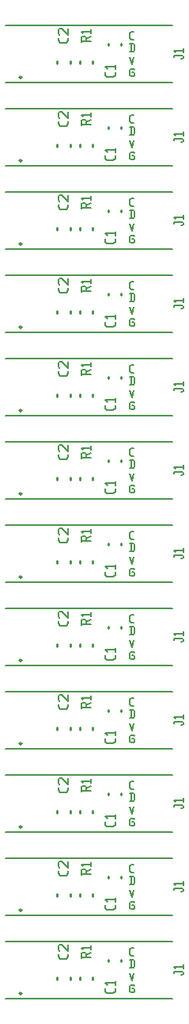
<source format=gbr>
G04 start of page 9 for group -4079 idx -4079 *
G04 Title: (unknown), topsilk *
G04 Creator: pcb 4.0.2 *
G04 CreationDate: Thu Feb 25 03:30:48 2021 UTC *
G04 For: petersen *
G04 Format: Gerber/RS-274X *
G04 PCB-Dimensions (mil): 1500.00 4200.00 *
G04 PCB-Coordinate-Origin: lower left *
%MOIN*%
%FSLAX25Y25*%
%LNTOPSILK*%
%ADD34C,0.0100*%
%ADD33C,0.0080*%
G54D33*X61000Y274500D02*X131500D01*
Y250500D02*X61000D01*
Y239500D02*X131500D01*
Y215500D02*X61000D01*
Y204500D02*X131500D01*
Y180500D02*X61000D01*
Y169500D02*X131500D01*
Y145500D02*X61000D01*
Y134500D02*X131500D01*
Y110500D02*X61000D01*
Y99500D02*X131500D01*
Y75500D02*X61000D01*
Y64500D02*X131500D01*
Y40500D02*X61000D01*
Y29500D02*X131500D01*
Y5500D02*X61000D01*
X131500Y355500D02*X61000D01*
Y344500D02*X131500D01*
Y320500D02*X61000D01*
Y309500D02*X131500D01*
X61000Y414500D02*X131500D01*
Y390500D02*X61000D01*
Y379500D02*X131500D01*
Y285500D02*X61000D01*
X113500Y331240D02*X114260Y328200D01*
X115020Y331240D01*
X115040Y326230D02*X115425Y325845D01*
X113885Y326230D02*X115040D01*
X113500Y325845D02*X113885Y326230D01*
X113500Y325845D02*Y323535D01*
X113885Y323150D01*
X115040D01*
X115425Y323535D01*
Y324305D02*Y323535D01*
X115040Y324690D02*X115425Y324305D01*
X114270Y324690D02*X115040D01*
X113885Y301730D02*Y298650D01*
X114886Y301730D02*X115425Y301191D01*
Y299189D01*
X114886Y298650D02*X115425Y299189D01*
X113500Y298650D02*X114886D01*
X113500Y301730D02*X114886D01*
X114039Y303650D02*X115040D01*
X113500Y304189D02*X114039Y303650D01*
X113500Y306191D02*Y304189D01*
Y306191D02*X114039Y306730D01*
X115040D01*
X113885Y336730D02*Y333650D01*
X114886Y336730D02*X115425Y336191D01*
Y334189D01*
X114886Y333650D02*X115425Y334189D01*
X113500Y333650D02*X114886D01*
X113500Y336730D02*X114886D01*
X114039Y338650D02*X115040D01*
X113500Y339189D02*X114039Y338650D01*
X113500Y341191D02*Y339189D01*
Y341191D02*X114039Y341730D01*
X115040D01*
X113500Y296240D02*X114260Y293200D01*
X115020Y296240D01*
X115040Y291230D02*X115425Y290845D01*
X113885Y291230D02*X115040D01*
X113500Y290845D02*X113885Y291230D01*
X113500Y290845D02*Y288535D01*
X113885Y288150D01*
X115040D01*
X115425Y288535D01*
Y289305D02*Y288535D01*
X115040Y289690D02*X115425Y289305D01*
X114270Y289690D02*X115040D01*
X113500Y261240D02*X114260Y258200D01*
X115020Y261240D01*
X113885Y266730D02*Y263650D01*
X114886Y266730D02*X115425Y266191D01*
Y264189D01*
X114886Y263650D02*X115425Y264189D01*
X113500Y263650D02*X114886D01*
X113500Y266730D02*X114886D01*
X114039Y268650D02*X115040D01*
X113500Y269189D02*X114039Y268650D01*
X113500Y271191D02*Y269189D01*
Y271191D02*X114039Y271730D01*
X115040D01*
X113500Y366240D02*X114260Y363200D01*
X115020Y366240D01*
X113885Y371730D02*Y368650D01*
X114886Y371730D02*X115425Y371191D01*
Y369189D01*
X114886Y368650D02*X115425Y369189D01*
X113500Y368650D02*X114886D01*
X113500Y371730D02*X114886D01*
X114039Y373650D02*X115040D01*
X113500Y374189D02*X114039Y373650D01*
X113500Y376191D02*Y374189D01*
Y376191D02*X114039Y376730D01*
X115040D01*
X113500Y401240D02*X114260Y398200D01*
X115020Y401240D01*
X113885Y406730D02*Y403650D01*
X114886Y406730D02*X115425Y406191D01*
Y404189D01*
X114886Y403650D02*X115425Y404189D01*
X113500Y403650D02*X114886D01*
X113500Y406730D02*X114886D01*
X114039Y408650D02*X115040D01*
X113500Y409189D02*X114039Y408650D01*
X113500Y411191D02*Y409189D01*
Y411191D02*X114039Y411730D01*
X115040D01*
Y396230D02*X115425Y395845D01*
X113885Y396230D02*X115040D01*
X113500Y395845D02*X113885Y396230D01*
X113500Y395845D02*Y393535D01*
X113885Y393150D01*
X115040D01*
X115425Y393535D01*
Y394305D02*Y393535D01*
X115040Y394690D02*X115425Y394305D01*
X114270Y394690D02*X115040D01*
Y361230D02*X115425Y360845D01*
X113885Y361230D02*X115040D01*
X113500Y360845D02*X113885Y361230D01*
X113500Y360845D02*Y358535D01*
X113885Y358150D01*
X115040D01*
X115425Y358535D01*
Y359305D02*Y358535D01*
X115040Y359690D02*X115425Y359305D01*
X114270Y359690D02*X115040D01*
Y256230D02*X115425Y255845D01*
X113885Y256230D02*X115040D01*
X113500Y255845D02*X113885Y256230D01*
X113500Y255845D02*Y253535D01*
X113885Y253150D01*
X115040D01*
X115425Y253535D01*
Y254305D02*Y253535D01*
X115040Y254690D02*X115425Y254305D01*
X114270Y254690D02*X115040D01*
X113500Y226240D02*X114260Y223200D01*
X115020Y226240D01*
X113885Y231730D02*Y228650D01*
X114886Y231730D02*X115425Y231191D01*
Y229189D01*
X114886Y228650D02*X115425Y229189D01*
X113500Y228650D02*X114886D01*
X113500Y231730D02*X114886D01*
X114039Y233650D02*X115040D01*
X113500Y234189D02*X114039Y233650D01*
X113500Y236191D02*Y234189D01*
Y236191D02*X114039Y236730D01*
X115040D01*
Y221230D02*X115425Y220845D01*
X113885Y221230D02*X115040D01*
X113500Y220845D02*X113885Y221230D01*
X113500Y220845D02*Y218535D01*
X113885Y218150D01*
X115040D01*
X115425Y218535D01*
Y219305D02*Y218535D01*
X115040Y219690D02*X115425Y219305D01*
X114270Y219690D02*X115040D01*
X113500Y191240D02*X114260Y188200D01*
X115020Y191240D01*
X113885Y196730D02*Y193650D01*
X114886Y196730D02*X115425Y196191D01*
Y194189D01*
X114886Y193650D02*X115425Y194189D01*
X113500Y193650D02*X114886D01*
X113500Y196730D02*X114886D01*
X114039Y198650D02*X115040D01*
X113500Y199189D02*X114039Y198650D01*
X113500Y201191D02*Y199189D01*
Y201191D02*X114039Y201730D01*
X115040D01*
Y186230D02*X115425Y185845D01*
X113885Y186230D02*X115040D01*
X113500Y185845D02*X113885Y186230D01*
X113500Y185845D02*Y183535D01*
X113885Y183150D01*
X115040D01*
X115425Y183535D01*
Y184305D02*Y183535D01*
X115040Y184690D02*X115425Y184305D01*
X114270Y184690D02*X115040D01*
X113500Y156240D02*X114260Y153200D01*
X115020Y156240D01*
X115040Y151230D02*X115425Y150845D01*
X113885Y151230D02*X115040D01*
X113500Y150845D02*X113885Y151230D01*
X113500Y150845D02*Y148535D01*
X113885Y148150D01*
X115040D01*
X115425Y148535D01*
Y149305D02*Y148535D01*
X115040Y149690D02*X115425Y149305D01*
X114270Y149690D02*X115040D01*
X113885Y126730D02*Y123650D01*
X114886Y126730D02*X115425Y126191D01*
Y124189D01*
X114886Y123650D02*X115425Y124189D01*
X113500Y123650D02*X114886D01*
X113500Y126730D02*X114886D01*
X114039Y128650D02*X115040D01*
X113500Y129189D02*X114039Y128650D01*
X113500Y131191D02*Y129189D01*
Y131191D02*X114039Y131730D01*
X115040D01*
X113885Y161730D02*Y158650D01*
X114886Y161730D02*X115425Y161191D01*
Y159189D01*
X114886Y158650D02*X115425Y159189D01*
X113500Y158650D02*X114886D01*
X113500Y161730D02*X114886D01*
X114039Y163650D02*X115040D01*
X113500Y164189D02*X114039Y163650D01*
X113500Y166191D02*Y164189D01*
Y166191D02*X114039Y166730D01*
X115040D01*
X113500Y121240D02*X114260Y118200D01*
X115020Y121240D01*
X115040Y116230D02*X115425Y115845D01*
X113885Y116230D02*X115040D01*
X113500Y115845D02*X113885Y116230D01*
X113500Y115845D02*Y113535D01*
X113885Y113150D01*
X115040D01*
X115425Y113535D01*
Y114305D02*Y113535D01*
X115040Y114690D02*X115425Y114305D01*
X114270Y114690D02*X115040D01*
X113500Y86240D02*X114260Y83200D01*
X115020Y86240D01*
X113885Y91730D02*Y88650D01*
X114886Y91730D02*X115425Y91191D01*
Y89189D01*
X114886Y88650D02*X115425Y89189D01*
X113500Y88650D02*X114886D01*
X113500Y91730D02*X114886D01*
X114039Y93650D02*X115040D01*
X113500Y94189D02*X114039Y93650D01*
X113500Y96191D02*Y94189D01*
Y96191D02*X114039Y96730D01*
X115040D01*
Y81230D02*X115425Y80845D01*
X113885Y81230D02*X115040D01*
X113500Y80845D02*X113885Y81230D01*
X113500Y80845D02*Y78535D01*
X113885Y78150D01*
X115040D01*
X115425Y78535D01*
Y79305D02*Y78535D01*
X115040Y79690D02*X115425Y79305D01*
X114270Y79690D02*X115040D01*
X113500Y51240D02*X114260Y48200D01*
X115020Y51240D01*
X115040Y46230D02*X115425Y45845D01*
X113885Y46230D02*X115040D01*
X113500Y45845D02*X113885Y46230D01*
X113500Y45845D02*Y43535D01*
X113885Y43150D01*
X115040D01*
X115425Y43535D01*
Y44305D02*Y43535D01*
X115040Y44690D02*X115425Y44305D01*
X114270Y44690D02*X115040D01*
X113500Y16240D02*X114260Y13200D01*
X115020Y16240D01*
X113885Y21730D02*Y18650D01*
X114886Y21730D02*X115425Y21191D01*
Y19189D01*
X114886Y18650D02*X115425Y19189D01*
X113500Y18650D02*X114886D01*
X113500Y21730D02*X114886D01*
X114039Y23650D02*X115040D01*
X113500Y24189D02*X114039Y23650D01*
X113500Y26191D02*Y24189D01*
Y26191D02*X114039Y26730D01*
X115040D01*
Y11230D02*X115425Y10845D01*
X113885Y11230D02*X115040D01*
X113500Y10845D02*X113885Y11230D01*
X113500Y10845D02*Y8535D01*
X113885Y8150D01*
X115040D01*
X115425Y8535D01*
Y9305D02*Y8535D01*
X115040Y9690D02*X115425Y9305D01*
X114270Y9690D02*X115040D01*
X113885Y56730D02*Y53650D01*
X114886Y56730D02*X115425Y56191D01*
Y54189D01*
X114886Y53650D02*X115425Y54189D01*
X113500Y53650D02*X114886D01*
X113500Y56730D02*X114886D01*
X114039Y58650D02*X115040D01*
X113500Y59189D02*X114039Y58650D01*
X113500Y61191D02*Y59189D01*
Y61191D02*X114039Y61730D01*
X115040D01*
G54D34*X109755Y231893D02*Y231107D01*
X104245Y231893D02*Y231107D01*
X67837Y217732D02*G75*G03X67837Y217732I-500J0D01*G01*
X82745Y224393D02*Y223607D01*
X88255Y224393D02*Y223607D01*
X92245Y224393D02*Y223607D01*
X97755Y224393D02*Y223607D01*
X109755Y196893D02*Y196107D01*
X104245Y196893D02*Y196107D01*
X67837Y182732D02*G75*G03X67837Y182732I-500J0D01*G01*
X82745Y189393D02*Y188607D01*
X88255Y189393D02*Y188607D01*
X92245Y189393D02*Y188607D01*
X97755Y189393D02*Y188607D01*
X109755Y161893D02*Y161107D01*
X104245Y161893D02*Y161107D01*
X67837Y147732D02*G75*G03X67837Y147732I-500J0D01*G01*
X82745Y154393D02*Y153607D01*
X88255Y154393D02*Y153607D01*
X92245Y154393D02*Y153607D01*
X97755Y154393D02*Y153607D01*
X109755Y126893D02*Y126107D01*
X104245Y126893D02*Y126107D01*
X67837Y112732D02*G75*G03X67837Y112732I-500J0D01*G01*
X82745Y119393D02*Y118607D01*
X88255Y119393D02*Y118607D01*
X92245Y119393D02*Y118607D01*
X97755Y119393D02*Y118607D01*
X109755Y91893D02*Y91107D01*
X104245Y91893D02*Y91107D01*
X67837Y77732D02*G75*G03X67837Y77732I-500J0D01*G01*
X82745Y84393D02*Y83607D01*
X88255Y84393D02*Y83607D01*
X92245Y84393D02*Y83607D01*
X97755Y84393D02*Y83607D01*
X109755Y56893D02*Y56107D01*
X104245Y56893D02*Y56107D01*
X67837Y42732D02*G75*G03X67837Y42732I-500J0D01*G01*
X82745Y49393D02*Y48607D01*
X88255Y49393D02*Y48607D01*
X92245Y49393D02*Y48607D01*
X97755Y49393D02*Y48607D01*
X67837Y7732D02*G75*G03X67837Y7732I-500J0D01*G01*
X82745Y14393D02*Y13607D01*
X88255Y14393D02*Y13607D01*
X92245Y14393D02*Y13607D01*
X97755Y14393D02*Y13607D01*
X109755Y21893D02*Y21107D01*
X104245Y21893D02*Y21107D01*
X109755Y371893D02*Y371107D01*
X104245Y371893D02*Y371107D01*
X109755Y336893D02*Y336107D01*
X104245Y336893D02*Y336107D01*
X109755Y301893D02*Y301107D01*
X104245Y301893D02*Y301107D01*
X67837Y322732D02*G75*G03X67837Y322732I-500J0D01*G01*
X82745Y329393D02*Y328607D01*
X88255Y329393D02*Y328607D01*
X92245Y329393D02*Y328607D01*
X97755Y329393D02*Y328607D01*
X92245Y399393D02*Y398607D01*
X97755Y399393D02*Y398607D01*
X109755Y406893D02*Y406107D01*
X104245Y406893D02*Y406107D01*
X67837Y392732D02*G75*G03X67837Y392732I-500J0D01*G01*
X82745Y399393D02*Y398607D01*
X88255Y399393D02*Y398607D01*
X67837Y357732D02*G75*G03X67837Y357732I-500J0D01*G01*
X82745Y364393D02*Y363607D01*
X88255Y364393D02*Y363607D01*
X92245Y364393D02*Y363607D01*
X97755Y364393D02*Y363607D01*
X67837Y287732D02*G75*G03X67837Y287732I-500J0D01*G01*
X82745Y294393D02*Y293607D01*
X88255Y294393D02*Y293607D01*
X92245Y294393D02*Y293607D01*
X97755Y294393D02*Y293607D01*
X109755Y266893D02*Y266107D01*
X104245Y266893D02*Y266107D01*
X67837Y252732D02*G75*G03X67837Y252732I-500J0D01*G01*
X82745Y259393D02*Y258607D01*
X88255Y259393D02*Y258607D01*
X92245Y259393D02*Y258607D01*
X97755Y259393D02*Y258607D01*
G54D33*X107250Y359960D02*Y358621D01*
X106529Y357900D02*X107250Y358621D01*
X103851Y357900D02*X106529D01*
X103851D02*X103130Y358621D01*
Y359960D02*Y358621D01*
X103954Y361196D02*X103130Y362020D01*
X107250D01*
Y362741D02*Y361196D01*
Y324960D02*Y323621D01*
X106529Y322900D02*X107250Y323621D01*
X103851Y322900D02*X106529D01*
X103851D02*X103130Y323621D01*
Y324960D02*Y323621D01*
X103954Y326196D02*X103130Y327020D01*
X107250D01*
Y327741D02*Y326196D01*
Y289960D02*Y288621D01*
X106529Y287900D02*X107250Y288621D01*
X103851Y287900D02*X106529D01*
X103851D02*X103130Y288621D01*
Y289960D02*Y288621D01*
X103954Y291196D02*X103130Y292020D01*
X107250D01*
Y292741D02*Y291196D01*
Y254960D02*Y253621D01*
X106529Y252900D02*X107250Y253621D01*
X103851Y252900D02*X106529D01*
X103851D02*X103130Y253621D01*
Y254960D02*Y253621D01*
X103954Y256196D02*X103130Y257020D01*
X107250D01*
Y257741D02*Y256196D01*
X132000Y367000D02*Y366200D01*
Y367000D02*X135500D01*
X136000Y366500D02*X135500Y367000D01*
X136000Y366500D02*Y366000D01*
X135500Y365500D02*X136000Y366000D01*
X135000Y365500D02*X135500D01*
X132800Y368200D02*X132000Y369000D01*
X136000D01*
Y369700D02*Y368200D01*
X132000Y332000D02*Y331200D01*
Y332000D02*X135500D01*
X136000Y331500D02*X135500Y332000D01*
X136000Y331500D02*Y331000D01*
X135500Y330500D02*X136000Y331000D01*
X135000Y330500D02*X135500D01*
X132800Y333200D02*X132000Y334000D01*
X136000D01*
Y334700D02*Y333200D01*
X132000Y297000D02*Y296200D01*
Y297000D02*X135500D01*
X136000Y296500D02*X135500Y297000D01*
X136000Y296500D02*Y296000D01*
X135500Y295500D02*X136000Y296000D01*
X135000Y295500D02*X135500D01*
X132800Y298200D02*X132000Y299000D01*
X136000D01*
Y299700D02*Y298200D01*
X132000Y262000D02*Y261200D01*
Y262000D02*X135500D01*
X136000Y261500D02*X135500Y262000D01*
X136000Y261500D02*Y261000D01*
X135500Y260500D02*X136000Y261000D01*
X135000Y260500D02*X135500D01*
X132800Y263200D02*X132000Y264000D01*
X136000D01*
Y264700D02*Y263200D01*
X132000Y227000D02*Y226200D01*
Y227000D02*X135500D01*
X136000Y226500D02*X135500Y227000D01*
X136000Y226500D02*Y226000D01*
X135500Y225500D02*X136000Y226000D01*
X135000Y225500D02*X135500D01*
X132800Y228200D02*X132000Y229000D01*
X136000D01*
Y229700D02*Y228200D01*
X132000Y192000D02*Y191200D01*
Y192000D02*X135500D01*
X136000Y191500D02*X135500Y192000D01*
X136000Y191500D02*Y191000D01*
X135500Y190500D02*X136000Y191000D01*
X135000Y190500D02*X135500D01*
X132800Y193200D02*X132000Y194000D01*
X136000D01*
Y194700D02*Y193200D01*
X87357Y339343D02*Y338043D01*
X86657Y337343D02*X87357Y338043D01*
X84057Y337343D02*X86657D01*
X84057D02*X83357Y338043D01*
Y339343D02*Y338043D01*
X83857Y340543D02*X83357Y341043D01*
Y342543D02*Y341043D01*
Y342543D02*X83857Y343043D01*
X84857D01*
X87357Y340543D02*X84857Y343043D01*
X87357D02*Y340543D01*
X93000Y339500D02*Y337500D01*
Y339500D02*X93500Y340000D01*
X94500D01*
X95000Y339500D02*X94500Y340000D01*
X95000Y339500D02*Y338000D01*
X93000D02*X97000D01*
X95000Y338800D02*X97000Y340000D01*
X93800Y341200D02*X93000Y342000D01*
X97000D01*
Y342700D02*Y341200D01*
X87357Y304343D02*Y303043D01*
X86657Y302343D02*X87357Y303043D01*
X84057Y302343D02*X86657D01*
X84057D02*X83357Y303043D01*
Y304343D02*Y303043D01*
X83857Y305543D02*X83357Y306043D01*
Y307543D02*Y306043D01*
Y307543D02*X83857Y308043D01*
X84857D01*
X87357Y305543D02*X84857Y308043D01*
X87357D02*Y305543D01*
X93000Y304500D02*Y302500D01*
Y304500D02*X93500Y305000D01*
X94500D01*
X95000Y304500D02*X94500Y305000D01*
X95000Y304500D02*Y303000D01*
X93000D02*X97000D01*
X95000Y303800D02*X97000Y305000D01*
X93800Y306200D02*X93000Y307000D01*
X97000D01*
Y307700D02*Y306200D01*
X132000Y157000D02*Y156200D01*
Y157000D02*X135500D01*
X136000Y156500D02*X135500Y157000D01*
X136000Y156500D02*Y156000D01*
X135500Y155500D02*X136000Y156000D01*
X135000Y155500D02*X135500D01*
X132800Y158200D02*X132000Y159000D01*
X136000D01*
Y159700D02*Y158200D01*
X132000Y122000D02*Y121200D01*
Y122000D02*X135500D01*
X136000Y121500D02*X135500Y122000D01*
X136000Y121500D02*Y121000D01*
X135500Y120500D02*X136000Y121000D01*
X135000Y120500D02*X135500D01*
X132800Y123200D02*X132000Y124000D01*
X136000D01*
Y124700D02*Y123200D01*
X132000Y87000D02*Y86200D01*
Y87000D02*X135500D01*
X136000Y86500D02*X135500Y87000D01*
X136000Y86500D02*Y86000D01*
X135500Y85500D02*X136000Y86000D01*
X135000Y85500D02*X135500D01*
X132800Y88200D02*X132000Y89000D01*
X136000D01*
Y89700D02*Y88200D01*
X132000Y52000D02*Y51200D01*
Y52000D02*X135500D01*
X136000Y51500D02*X135500Y52000D01*
X136000Y51500D02*Y51000D01*
X135500Y50500D02*X136000Y51000D01*
X135000Y50500D02*X135500D01*
X132800Y53200D02*X132000Y54000D01*
X136000D01*
Y54700D02*Y53200D01*
X132000Y17000D02*Y16200D01*
Y17000D02*X135500D01*
X136000Y16500D02*X135500Y17000D01*
X136000Y16500D02*Y16000D01*
X135500Y15500D02*X136000Y16000D01*
X135000Y15500D02*X135500D01*
X132800Y18200D02*X132000Y19000D01*
X136000D01*
Y19700D02*Y18200D01*
X107250Y394960D02*Y393621D01*
X106529Y392900D02*X107250Y393621D01*
X103851Y392900D02*X106529D01*
X103851D02*X103130Y393621D01*
Y394960D02*Y393621D01*
X103954Y396196D02*X103130Y397020D01*
X107250D01*
Y397741D02*Y396196D01*
X132000Y402000D02*Y401200D01*
Y402000D02*X135500D01*
X136000Y401500D02*X135500Y402000D01*
X136000Y401500D02*Y401000D01*
X135500Y400500D02*X136000Y401000D01*
X135000Y400500D02*X135500D01*
X132800Y403200D02*X132000Y404000D01*
X136000D01*
Y404700D02*Y403200D01*
X87357Y374343D02*Y373043D01*
X86657Y372343D02*X87357Y373043D01*
X84057Y372343D02*X86657D01*
X84057D02*X83357Y373043D01*
Y374343D02*Y373043D01*
X83857Y375543D02*X83357Y376043D01*
Y377543D02*Y376043D01*
Y377543D02*X83857Y378043D01*
X84857D01*
X87357Y375543D02*X84857Y378043D01*
X87357D02*Y375543D01*
X93000Y374500D02*Y372500D01*
Y374500D02*X93500Y375000D01*
X94500D01*
X95000Y374500D02*X94500Y375000D01*
X95000Y374500D02*Y373000D01*
X93000D02*X97000D01*
X95000Y373800D02*X97000Y375000D01*
X93800Y376200D02*X93000Y377000D01*
X97000D01*
Y377700D02*Y376200D01*
X87357Y409343D02*Y408043D01*
X86657Y407343D02*X87357Y408043D01*
X84057Y407343D02*X86657D01*
X84057D02*X83357Y408043D01*
Y409343D02*Y408043D01*
X83857Y410543D02*X83357Y411043D01*
Y412543D02*Y411043D01*
Y412543D02*X83857Y413043D01*
X84857D01*
X87357Y410543D02*X84857Y413043D01*
X87357D02*Y410543D01*
X93000Y409500D02*Y407500D01*
Y409500D02*X93500Y410000D01*
X94500D01*
X95000Y409500D02*X94500Y410000D01*
X95000Y409500D02*Y408000D01*
X93000D02*X97000D01*
X95000Y408800D02*X97000Y410000D01*
X93800Y411200D02*X93000Y412000D01*
X97000D01*
Y412700D02*Y411200D01*
X87357Y269343D02*Y268043D01*
X86657Y267343D02*X87357Y268043D01*
X84057Y267343D02*X86657D01*
X84057D02*X83357Y268043D01*
Y269343D02*Y268043D01*
X83857Y270543D02*X83357Y271043D01*
Y272543D02*Y271043D01*
Y272543D02*X83857Y273043D01*
X84857D01*
X87357Y270543D02*X84857Y273043D01*
X87357D02*Y270543D01*
X93000Y269500D02*Y267500D01*
Y269500D02*X93500Y270000D01*
X94500D01*
X95000Y269500D02*X94500Y270000D01*
X95000Y269500D02*Y268000D01*
X93000D02*X97000D01*
X95000Y268800D02*X97000Y270000D01*
X93800Y271200D02*X93000Y272000D01*
X97000D01*
Y272700D02*Y271200D01*
X87357Y234343D02*Y233043D01*
X86657Y232343D02*X87357Y233043D01*
X84057Y232343D02*X86657D01*
X84057D02*X83357Y233043D01*
Y234343D02*Y233043D01*
X83857Y235543D02*X83357Y236043D01*
Y237543D02*Y236043D01*
Y237543D02*X83857Y238043D01*
X84857D01*
X87357Y235543D02*X84857Y238043D01*
X87357D02*Y235543D01*
X93000Y234500D02*Y232500D01*
Y234500D02*X93500Y235000D01*
X94500D01*
X95000Y234500D02*X94500Y235000D01*
X95000Y234500D02*Y233000D01*
X93000D02*X97000D01*
X95000Y233800D02*X97000Y235000D01*
X93800Y236200D02*X93000Y237000D01*
X97000D01*
Y237700D02*Y236200D01*
X107250Y219960D02*Y218621D01*
X106529Y217900D02*X107250Y218621D01*
X103851Y217900D02*X106529D01*
X103851D02*X103130Y218621D01*
Y219960D02*Y218621D01*
X103954Y221196D02*X103130Y222020D01*
X107250D01*
Y222741D02*Y221196D01*
Y184960D02*Y183621D01*
X106529Y182900D02*X107250Y183621D01*
X103851Y182900D02*X106529D01*
X103851D02*X103130Y183621D01*
Y184960D02*Y183621D01*
X103954Y186196D02*X103130Y187020D01*
X107250D01*
Y187741D02*Y186196D01*
X87357Y199343D02*Y198043D01*
X86657Y197343D02*X87357Y198043D01*
X84057Y197343D02*X86657D01*
X84057D02*X83357Y198043D01*
Y199343D02*Y198043D01*
X83857Y200543D02*X83357Y201043D01*
Y202543D02*Y201043D01*
Y202543D02*X83857Y203043D01*
X84857D01*
X87357Y200543D02*X84857Y203043D01*
X87357D02*Y200543D01*
X93000Y199500D02*Y197500D01*
Y199500D02*X93500Y200000D01*
X94500D01*
X95000Y199500D02*X94500Y200000D01*
X95000Y199500D02*Y198000D01*
X93000D02*X97000D01*
X95000Y198800D02*X97000Y200000D01*
X93800Y201200D02*X93000Y202000D01*
X97000D01*
Y202700D02*Y201200D01*
X87357Y164343D02*Y163043D01*
X86657Y162343D02*X87357Y163043D01*
X84057Y162343D02*X86657D01*
X84057D02*X83357Y163043D01*
Y164343D02*Y163043D01*
X83857Y165543D02*X83357Y166043D01*
Y167543D02*Y166043D01*
Y167543D02*X83857Y168043D01*
X84857D01*
X87357Y165543D02*X84857Y168043D01*
X87357D02*Y165543D01*
X93000Y164500D02*Y162500D01*
Y164500D02*X93500Y165000D01*
X94500D01*
X95000Y164500D02*X94500Y165000D01*
X95000Y164500D02*Y163000D01*
X93000D02*X97000D01*
X95000Y163800D02*X97000Y165000D01*
X93800Y166200D02*X93000Y167000D01*
X97000D01*
Y167700D02*Y166200D01*
X107250Y149960D02*Y148621D01*
X106529Y147900D02*X107250Y148621D01*
X103851Y147900D02*X106529D01*
X103851D02*X103130Y148621D01*
Y149960D02*Y148621D01*
X103954Y151196D02*X103130Y152020D01*
X107250D01*
Y152741D02*Y151196D01*
Y114960D02*Y113621D01*
X106529Y112900D02*X107250Y113621D01*
X103851Y112900D02*X106529D01*
X103851D02*X103130Y113621D01*
Y114960D02*Y113621D01*
X103954Y116196D02*X103130Y117020D01*
X107250D01*
Y117741D02*Y116196D01*
Y79960D02*Y78621D01*
X106529Y77900D02*X107250Y78621D01*
X103851Y77900D02*X106529D01*
X103851D02*X103130Y78621D01*
Y79960D02*Y78621D01*
X103954Y81196D02*X103130Y82020D01*
X107250D01*
Y82741D02*Y81196D01*
Y44960D02*Y43621D01*
X106529Y42900D02*X107250Y43621D01*
X103851Y42900D02*X106529D01*
X103851D02*X103130Y43621D01*
Y44960D02*Y43621D01*
X103954Y46196D02*X103130Y47020D01*
X107250D01*
Y47741D02*Y46196D01*
Y9960D02*Y8621D01*
X106529Y7900D02*X107250Y8621D01*
X103851Y7900D02*X106529D01*
X103851D02*X103130Y8621D01*
Y9960D02*Y8621D01*
X103954Y11196D02*X103130Y12020D01*
X107250D01*
Y12741D02*Y11196D01*
X87357Y129343D02*Y128043D01*
X86657Y127343D02*X87357Y128043D01*
X84057Y127343D02*X86657D01*
X84057D02*X83357Y128043D01*
Y129343D02*Y128043D01*
X83857Y130543D02*X83357Y131043D01*
Y132543D02*Y131043D01*
Y132543D02*X83857Y133043D01*
X84857D01*
X87357Y130543D02*X84857Y133043D01*
X87357D02*Y130543D01*
X93000Y129500D02*Y127500D01*
Y129500D02*X93500Y130000D01*
X94500D01*
X95000Y129500D02*X94500Y130000D01*
X95000Y129500D02*Y128000D01*
X93000D02*X97000D01*
X95000Y128800D02*X97000Y130000D01*
X93800Y131200D02*X93000Y132000D01*
X97000D01*
Y132700D02*Y131200D01*
X87357Y94343D02*Y93043D01*
X86657Y92343D02*X87357Y93043D01*
X84057Y92343D02*X86657D01*
X84057D02*X83357Y93043D01*
Y94343D02*Y93043D01*
X83857Y95543D02*X83357Y96043D01*
Y97543D02*Y96043D01*
Y97543D02*X83857Y98043D01*
X84857D01*
X87357Y95543D02*X84857Y98043D01*
X87357D02*Y95543D01*
X93000Y94500D02*Y92500D01*
Y94500D02*X93500Y95000D01*
X94500D01*
X95000Y94500D02*X94500Y95000D01*
X95000Y94500D02*Y93000D01*
X93000D02*X97000D01*
X95000Y93800D02*X97000Y95000D01*
X93800Y96200D02*X93000Y97000D01*
X97000D01*
Y97700D02*Y96200D01*
X87357Y59343D02*Y58043D01*
X86657Y57343D02*X87357Y58043D01*
X84057Y57343D02*X86657D01*
X84057D02*X83357Y58043D01*
Y59343D02*Y58043D01*
X83857Y60543D02*X83357Y61043D01*
Y62543D02*Y61043D01*
Y62543D02*X83857Y63043D01*
X84857D01*
X87357Y60543D02*X84857Y63043D01*
X87357D02*Y60543D01*
X93000Y59500D02*Y57500D01*
Y59500D02*X93500Y60000D01*
X94500D01*
X95000Y59500D02*X94500Y60000D01*
X95000Y59500D02*Y58000D01*
X93000D02*X97000D01*
X95000Y58800D02*X97000Y60000D01*
X93800Y61200D02*X93000Y62000D01*
X97000D01*
Y62700D02*Y61200D01*
X87357Y24343D02*Y23043D01*
X86657Y22343D02*X87357Y23043D01*
X84057Y22343D02*X86657D01*
X84057D02*X83357Y23043D01*
Y24343D02*Y23043D01*
X83857Y25543D02*X83357Y26043D01*
Y27543D02*Y26043D01*
Y27543D02*X83857Y28043D01*
X84857D01*
X87357Y25543D02*X84857Y28043D01*
X87357D02*Y25543D01*
X93000Y24500D02*Y22500D01*
Y24500D02*X93500Y25000D01*
X94500D01*
X95000Y24500D02*X94500Y25000D01*
X95000Y24500D02*Y23000D01*
X93000D02*X97000D01*
X95000Y23800D02*X97000Y25000D01*
X93800Y26200D02*X93000Y27000D01*
X97000D01*
Y27700D02*Y26200D01*
M02*

</source>
